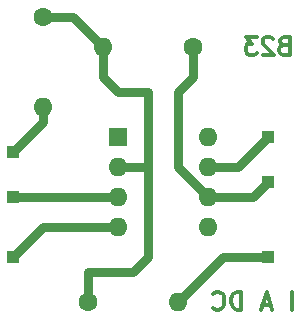
<source format=gbr>
G04 #@! TF.FileFunction,Copper,L2,Bot,Signal*
%FSLAX46Y46*%
G04 Gerber Fmt 4.6, Leading zero omitted, Abs format (unit mm)*
G04 Created by KiCad (PCBNEW 4.0.7) date 01/29/19 23:06:21*
%MOMM*%
%LPD*%
G01*
G04 APERTURE LIST*
%ADD10C,0.100000*%
%ADD11C,0.300000*%
%ADD12R,1.000000X1.000000*%
%ADD13C,1.600000*%
%ADD14O,1.600000X1.600000*%
%ADD15R,1.600000X1.600000*%
%ADD16C,0.750000*%
G04 APERTURE END LIST*
D10*
D11*
X141715714Y-90848571D02*
X141715714Y-89348571D01*
X139930000Y-90420000D02*
X139215714Y-90420000D01*
X140072857Y-90848571D02*
X139572857Y-89348571D01*
X139072857Y-90848571D01*
X137430000Y-90848571D02*
X137430000Y-89348571D01*
X137072857Y-89348571D01*
X136858572Y-89420000D01*
X136715714Y-89562857D01*
X136644286Y-89705714D01*
X136572857Y-89991429D01*
X136572857Y-90205714D01*
X136644286Y-90491429D01*
X136715714Y-90634286D01*
X136858572Y-90777143D01*
X137072857Y-90848571D01*
X137430000Y-90848571D01*
X135072857Y-90705714D02*
X135144286Y-90777143D01*
X135358572Y-90848571D01*
X135501429Y-90848571D01*
X135715714Y-90777143D01*
X135858572Y-90634286D01*
X135930000Y-90491429D01*
X136001429Y-90205714D01*
X136001429Y-89991429D01*
X135930000Y-89705714D01*
X135858572Y-89562857D01*
X135715714Y-89420000D01*
X135501429Y-89348571D01*
X135358572Y-89348571D01*
X135144286Y-89420000D01*
X135072857Y-89491429D01*
X141021428Y-68472857D02*
X140807142Y-68544286D01*
X140735714Y-68615714D01*
X140664285Y-68758571D01*
X140664285Y-68972857D01*
X140735714Y-69115714D01*
X140807142Y-69187143D01*
X140950000Y-69258571D01*
X141521428Y-69258571D01*
X141521428Y-67758571D01*
X141021428Y-67758571D01*
X140878571Y-67830000D01*
X140807142Y-67901429D01*
X140735714Y-68044286D01*
X140735714Y-68187143D01*
X140807142Y-68330000D01*
X140878571Y-68401429D01*
X141021428Y-68472857D01*
X141521428Y-68472857D01*
X140092857Y-67901429D02*
X140021428Y-67830000D01*
X139878571Y-67758571D01*
X139521428Y-67758571D01*
X139378571Y-67830000D01*
X139307142Y-67901429D01*
X139235714Y-68044286D01*
X139235714Y-68187143D01*
X139307142Y-68401429D01*
X140164285Y-69258571D01*
X139235714Y-69258571D01*
X138735714Y-67758571D02*
X137807143Y-67758571D01*
X138307143Y-68330000D01*
X138092857Y-68330000D01*
X137950000Y-68401429D01*
X137878571Y-68472857D01*
X137807143Y-68615714D01*
X137807143Y-68972857D01*
X137878571Y-69115714D01*
X137950000Y-69187143D01*
X138092857Y-69258571D01*
X138521429Y-69258571D01*
X138664286Y-69187143D01*
X138735714Y-69115714D01*
D12*
X139700000Y-76200000D03*
X118110000Y-86360000D03*
X118110000Y-81280000D03*
X139700000Y-80010000D03*
D13*
X133350000Y-68580000D03*
D14*
X125730000Y-68580000D03*
D13*
X120650000Y-66040000D03*
D14*
X120650000Y-73660000D03*
D13*
X124460000Y-90170000D03*
D14*
X132080000Y-90170000D03*
D15*
X127000000Y-76200000D03*
D14*
X134620000Y-83820000D03*
X127000000Y-78740000D03*
X134620000Y-81280000D03*
X127000000Y-81280000D03*
X134620000Y-78740000D03*
X127000000Y-83820000D03*
X134620000Y-76200000D03*
D12*
X118110000Y-77470000D03*
X139700000Y-86360000D03*
D16*
X134620000Y-78740000D02*
X137160000Y-78740000D01*
X137160000Y-78740000D02*
X139700000Y-76200000D01*
X127000000Y-83820000D02*
X120650000Y-83820000D01*
X120650000Y-83820000D02*
X118110000Y-86360000D01*
X127000000Y-81280000D02*
X118110000Y-81280000D01*
X133350000Y-68580000D02*
X133350000Y-71120000D01*
X132080000Y-78740000D02*
X134620000Y-81280000D01*
X132080000Y-72390000D02*
X132080000Y-78740000D01*
X133350000Y-71120000D02*
X132080000Y-72390000D01*
X134620000Y-81280000D02*
X138430000Y-81280000D01*
X138430000Y-81280000D02*
X139700000Y-80010000D01*
X125730000Y-68580000D02*
X125730000Y-71120000D01*
X129540000Y-72390000D02*
X129540000Y-78740000D01*
X128270000Y-72390000D02*
X129540000Y-72390000D01*
X127000000Y-72390000D02*
X128270000Y-72390000D01*
X125730000Y-71120000D02*
X127000000Y-72390000D01*
X120650000Y-66040000D02*
X123190000Y-66040000D01*
X123190000Y-66040000D02*
X125730000Y-68580000D01*
X127000000Y-78740000D02*
X129540000Y-78740000D01*
X124460000Y-87630000D02*
X124460000Y-90170000D01*
X129540000Y-78740000D02*
X129540000Y-86360000D01*
X129540000Y-86360000D02*
X128270000Y-87630000D01*
X128270000Y-87630000D02*
X124460000Y-87630000D01*
X120650000Y-73660000D02*
X120650000Y-74930000D01*
X120650000Y-74930000D02*
X118110000Y-77470000D01*
X139700000Y-86360000D02*
X135890000Y-86360000D01*
X135890000Y-86360000D02*
X132080000Y-90170000D01*
M02*

</source>
